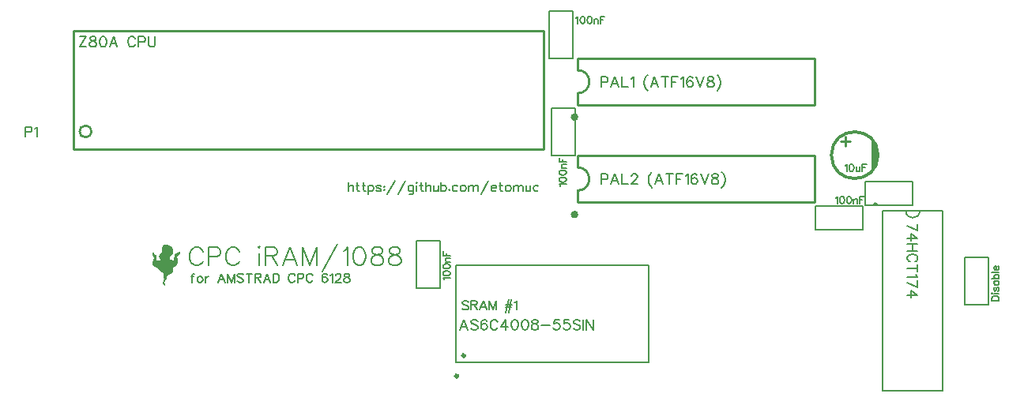
<source format=gto>
G04 Layer: TopSilkscreenLayer*
G04 EasyEDA v6.5.51, 2025-09-14 18:22:56*
G04 65470a2a99dd484cb8e495e3fbabed1f,d25947a9a65e436e8dba57a0ec84572b,10*
G04 Gerber Generator version 0.2*
G04 Scale: 100 percent, Rotated: No, Reflected: No *
G04 Dimensions in millimeters *
G04 leading zeros omitted , absolute positions ,4 integer and 5 decimal *
%FSLAX45Y45*%
%MOMM*%

%ADD10C,0.2032*%
%ADD11C,0.1524*%
%ADD12C,0.2540*%
%ADD13C,0.2007*%
%ADD14C,0.1500*%
%ADD15C,0.3000*%
%ADD16C,0.4000*%
%ADD17C,0.0135*%

%LPD*%
G36*
X1016152Y-2607157D02*
G01*
X1011326Y-2607259D01*
X1006500Y-2608173D01*
X1001217Y-2609900D01*
X995324Y-2612339D01*
X991108Y-2614523D01*
X987298Y-2617216D01*
X983945Y-2620416D01*
X980998Y-2624124D01*
X978509Y-2628290D01*
X976426Y-2632964D01*
X974750Y-2638094D01*
X973531Y-2643733D01*
X972718Y-2649829D01*
X972362Y-2656433D01*
X972413Y-2663494D01*
X973886Y-2684272D01*
X973531Y-2691739D01*
X971245Y-2695549D01*
X966724Y-2697581D01*
X960780Y-2699867D01*
X955649Y-2702814D01*
X951280Y-2706370D01*
X947674Y-2710535D01*
X944880Y-2715260D01*
X942848Y-2720441D01*
X941679Y-2726029D01*
X941374Y-2732074D01*
X941882Y-2738424D01*
X943305Y-2745079D01*
X945540Y-2751937D01*
X951534Y-2765044D01*
X953617Y-2770124D01*
X954735Y-2773883D01*
X954735Y-2775661D01*
X953109Y-2776524D01*
X945540Y-2778912D01*
X924153Y-2784398D01*
X917752Y-2786227D01*
X915924Y-2786176D01*
X914603Y-2785160D01*
X913637Y-2782824D01*
X913079Y-2778912D01*
X912723Y-2773019D01*
X912368Y-2735224D01*
X912012Y-2729230D01*
X911301Y-2725013D01*
X910234Y-2722270D01*
X908608Y-2720644D01*
X906424Y-2719781D01*
X903528Y-2719222D01*
X899363Y-2717952D01*
X895705Y-2715361D01*
X892657Y-2711500D01*
X890269Y-2706522D01*
X885698Y-2699156D01*
X879652Y-2696210D01*
X873252Y-2697734D01*
X867410Y-2703830D01*
X866038Y-2708097D01*
X866749Y-2713939D01*
X869746Y-2722219D01*
X875334Y-2733852D01*
X887323Y-2757373D01*
X879906Y-2774340D01*
X876858Y-2782265D01*
X874014Y-2791256D01*
X871677Y-2800299D01*
X870203Y-2808122D01*
X869696Y-2813354D01*
X869645Y-2818079D01*
X870153Y-2822448D01*
X871169Y-2826410D01*
X872794Y-2830068D01*
X875080Y-2833471D01*
X877976Y-2836672D01*
X881684Y-2839770D01*
X886104Y-2842717D01*
X891286Y-2845663D01*
X897382Y-2848559D01*
X904341Y-2851556D01*
X914603Y-2856331D01*
X922883Y-2861310D01*
X929132Y-2866694D01*
X937717Y-2877820D01*
X943660Y-2883763D01*
X950721Y-2889554D01*
X965453Y-2899359D01*
X973023Y-2905099D01*
X979779Y-2910992D01*
X984859Y-2916275D01*
X990041Y-2922930D01*
X992174Y-2927756D01*
X991666Y-2932531D01*
X984554Y-2948381D01*
X983538Y-2955391D01*
X985824Y-2961690D01*
X991514Y-2968802D01*
X999998Y-2977946D01*
X985519Y-3004362D01*
X982573Y-3010763D01*
X980643Y-3016148D01*
X979779Y-3020568D01*
X980033Y-3024225D01*
X981303Y-3027375D01*
X983589Y-3030067D01*
X986891Y-3032556D01*
X990041Y-3035300D01*
X992428Y-3039008D01*
X993952Y-3043377D01*
X994765Y-3052318D01*
X995578Y-3055264D01*
X996746Y-3056890D01*
X998169Y-3056839D01*
X1000252Y-3054553D01*
X1002030Y-3050641D01*
X1003452Y-3045764D01*
X1004417Y-3040278D01*
X1004874Y-3034792D01*
X1004773Y-3029712D01*
X1004011Y-3025546D01*
X1002588Y-3022854D01*
X999185Y-3017875D01*
X999083Y-3012236D01*
X1002588Y-3004820D01*
X1015746Y-2986582D01*
X1019048Y-2980029D01*
X1020318Y-2973882D01*
X1019911Y-2967228D01*
X1019352Y-2962148D01*
X1019708Y-2957779D01*
X1021130Y-2953867D01*
X1023975Y-2950108D01*
X1028446Y-2946298D01*
X1034796Y-2942132D01*
X1043279Y-2937357D01*
X1061618Y-2927807D01*
X1068120Y-2923997D01*
X1073759Y-2920288D01*
X1078534Y-2916580D01*
X1082548Y-2912770D01*
X1085799Y-2908808D01*
X1088440Y-2904540D01*
X1090422Y-2900019D01*
X1091895Y-2895041D01*
X1092860Y-2889554D01*
X1093419Y-2883509D01*
X1093825Y-2863748D01*
X1094435Y-2859430D01*
X1095603Y-2856128D01*
X1097534Y-2853436D01*
X1100429Y-2850997D01*
X1104442Y-2848457D01*
X1109776Y-2845460D01*
X1117549Y-2840431D01*
X1124153Y-2834487D01*
X1129741Y-2827477D01*
X1134567Y-2819247D01*
X1138885Y-2809494D01*
X1140409Y-2804922D01*
X1141577Y-2800400D01*
X1142339Y-2795981D01*
X1142695Y-2791460D01*
X1142644Y-2786786D01*
X1142238Y-2781858D01*
X1141425Y-2776677D01*
X1138631Y-2765044D01*
X1130249Y-2737764D01*
X1145438Y-2726791D01*
X1150620Y-2722473D01*
X1155141Y-2718155D01*
X1158951Y-2713990D01*
X1161999Y-2709926D01*
X1164183Y-2706116D01*
X1165555Y-2702560D01*
X1166012Y-2699308D01*
X1165656Y-2695448D01*
X1164539Y-2692552D01*
X1162710Y-2690622D01*
X1160068Y-2689656D01*
X1156665Y-2689656D01*
X1152398Y-2690622D01*
X1147318Y-2692501D01*
X1135126Y-2698394D01*
X1129284Y-2700832D01*
X1124508Y-2702509D01*
X1118412Y-2703880D01*
X1115517Y-2706065D01*
X1112723Y-2709570D01*
X1110183Y-2714294D01*
X1107846Y-2720187D01*
X1105763Y-2727096D01*
X1104036Y-2734970D01*
X1102715Y-2743708D01*
X1101648Y-2753258D01*
X1100582Y-2769362D01*
X1100785Y-2777490D01*
X1099058Y-2779217D01*
X1094790Y-2779318D01*
X1087170Y-2778099D01*
X1076553Y-2776067D01*
X1068476Y-2774289D01*
X1062532Y-2772562D01*
X1058519Y-2770784D01*
X1056030Y-2768701D01*
X1054811Y-2766161D01*
X1054506Y-2762961D01*
X1054760Y-2758897D01*
X1055725Y-2752344D01*
X1057148Y-2746349D01*
X1059027Y-2740863D01*
X1061313Y-2735935D01*
X1064056Y-2731465D01*
X1067257Y-2727604D01*
X1070864Y-2724302D01*
X1078839Y-2718562D01*
X1082395Y-2714498D01*
X1085596Y-2709519D01*
X1088288Y-2703677D01*
X1090523Y-2697175D01*
X1092149Y-2690114D01*
X1093216Y-2682646D01*
X1093571Y-2674924D01*
X1093165Y-2669082D01*
X1091946Y-2663291D01*
X1089964Y-2657551D01*
X1087221Y-2651963D01*
X1083767Y-2646527D01*
X1079601Y-2641244D01*
X1074775Y-2636113D01*
X1069289Y-2631287D01*
X1063193Y-2626715D01*
X1056487Y-2622397D01*
X1049223Y-2618486D01*
X1041450Y-2614879D01*
X1033576Y-2611678D01*
X1026921Y-2609342D01*
X1021232Y-2607818D01*
G37*
D10*
X4254754Y-3227524D02*
G01*
X4245609Y-3218380D01*
X4231893Y-3213808D01*
X4213606Y-3213808D01*
X4200143Y-3218380D01*
X4191000Y-3227524D01*
X4191000Y-3236414D01*
X4195572Y-3245558D01*
X4200143Y-3250130D01*
X4209288Y-3254702D01*
X4236465Y-3263846D01*
X4245609Y-3268418D01*
X4250181Y-3272990D01*
X4254754Y-3281880D01*
X4254754Y-3295596D01*
X4245609Y-3304740D01*
X4231893Y-3309312D01*
X4213606Y-3309312D01*
X4200143Y-3304740D01*
X4191000Y-3295596D01*
X4284725Y-3213808D02*
G01*
X4284725Y-3309312D01*
X4284725Y-3213808D02*
G01*
X4325620Y-3213808D01*
X4339081Y-3218380D01*
X4343654Y-3222952D01*
X4348225Y-3232096D01*
X4348225Y-3240986D01*
X4343654Y-3250130D01*
X4339081Y-3254702D01*
X4325620Y-3259274D01*
X4284725Y-3259274D01*
X4316475Y-3259274D02*
G01*
X4348225Y-3309312D01*
X4414520Y-3213808D02*
G01*
X4378197Y-3309312D01*
X4414520Y-3213808D02*
G01*
X4451095Y-3309312D01*
X4391913Y-3277308D02*
G01*
X4437379Y-3277308D01*
X4481068Y-3213808D02*
G01*
X4481068Y-3309312D01*
X4481068Y-3213808D02*
G01*
X4517390Y-3309312D01*
X4553711Y-3213808D02*
G01*
X4517390Y-3309312D01*
X4553711Y-3213808D02*
G01*
X4553711Y-3309312D01*
X4690109Y-3195520D02*
G01*
X4658359Y-3341062D01*
X4717288Y-3195520D02*
G01*
X4685538Y-3341062D01*
X4658359Y-3254702D02*
G01*
X4721859Y-3254702D01*
X4653788Y-3281880D02*
G01*
X4717288Y-3281880D01*
X4751831Y-3232096D02*
G01*
X4760975Y-3227524D01*
X4774691Y-3213808D01*
X4774691Y-3309312D01*
X1408429Y-2685996D02*
G01*
X1399286Y-2667454D01*
X1380744Y-2648912D01*
X1362455Y-2639768D01*
X1325371Y-2639768D01*
X1306829Y-2648912D01*
X1288542Y-2667454D01*
X1279144Y-2685996D01*
X1270000Y-2713682D01*
X1270000Y-2759910D01*
X1279144Y-2787596D01*
X1288542Y-2805884D01*
X1306829Y-2824426D01*
X1325371Y-2833824D01*
X1362455Y-2833824D01*
X1380744Y-2824426D01*
X1399286Y-2805884D01*
X1408429Y-2787596D01*
X1469389Y-2639768D02*
G01*
X1469389Y-2833824D01*
X1469389Y-2639768D02*
G01*
X1552702Y-2639768D01*
X1580387Y-2648912D01*
X1589531Y-2658310D01*
X1598929Y-2676598D01*
X1598929Y-2704284D01*
X1589531Y-2722826D01*
X1580387Y-2732224D01*
X1552702Y-2741368D01*
X1469389Y-2741368D01*
X1798320Y-2685996D02*
G01*
X1789176Y-2667454D01*
X1770634Y-2648912D01*
X1752092Y-2639768D01*
X1715262Y-2639768D01*
X1696720Y-2648912D01*
X1678178Y-2667454D01*
X1669034Y-2685996D01*
X1659889Y-2713682D01*
X1659889Y-2759910D01*
X1669034Y-2787596D01*
X1678178Y-2805884D01*
X1696720Y-2824426D01*
X1715262Y-2833824D01*
X1752092Y-2833824D01*
X1770634Y-2824426D01*
X1789176Y-2805884D01*
X1798320Y-2787596D01*
X2001520Y-2639768D02*
G01*
X2010663Y-2648912D01*
X2020061Y-2639768D01*
X2010663Y-2630624D01*
X2001520Y-2639768D01*
X2010663Y-2704284D02*
G01*
X2010663Y-2833824D01*
X2081022Y-2639768D02*
G01*
X2081022Y-2833824D01*
X2081022Y-2639768D02*
G01*
X2164079Y-2639768D01*
X2191765Y-2648912D01*
X2200909Y-2658310D01*
X2210308Y-2676598D01*
X2210308Y-2695140D01*
X2200909Y-2713682D01*
X2191765Y-2722826D01*
X2164079Y-2732224D01*
X2081022Y-2732224D01*
X2145538Y-2732224D02*
G01*
X2210308Y-2833824D01*
X2345181Y-2639768D02*
G01*
X2271268Y-2833824D01*
X2345181Y-2639768D02*
G01*
X2419095Y-2833824D01*
X2298954Y-2769054D02*
G01*
X2391409Y-2769054D01*
X2480056Y-2639768D02*
G01*
X2480056Y-2833824D01*
X2480056Y-2639768D02*
G01*
X2553970Y-2833824D01*
X2627629Y-2639768D02*
G01*
X2553970Y-2833824D01*
X2627629Y-2639768D02*
G01*
X2627629Y-2833824D01*
X2854959Y-2602684D02*
G01*
X2688590Y-2898340D01*
X2915920Y-2676598D02*
G01*
X2934461Y-2667454D01*
X2962147Y-2639768D01*
X2962147Y-2833824D01*
X3078479Y-2639768D02*
G01*
X3050793Y-2648912D01*
X3032252Y-2676598D01*
X3023108Y-2722826D01*
X3023108Y-2750512D01*
X3032252Y-2796740D01*
X3050793Y-2824426D01*
X3078479Y-2833824D01*
X3097022Y-2833824D01*
X3124708Y-2824426D01*
X3143250Y-2796740D01*
X3152393Y-2750512D01*
X3152393Y-2722826D01*
X3143250Y-2676598D01*
X3124708Y-2648912D01*
X3097022Y-2639768D01*
X3078479Y-2639768D01*
X3259581Y-2639768D02*
G01*
X3231895Y-2648912D01*
X3222497Y-2667454D01*
X3222497Y-2685996D01*
X3231895Y-2704284D01*
X3250184Y-2713682D01*
X3287268Y-2722826D01*
X3314954Y-2732224D01*
X3333495Y-2750512D01*
X3342640Y-2769054D01*
X3342640Y-2796740D01*
X3333495Y-2815282D01*
X3324097Y-2824426D01*
X3296411Y-2833824D01*
X3259581Y-2833824D01*
X3231895Y-2824426D01*
X3222497Y-2815282D01*
X3213354Y-2796740D01*
X3213354Y-2769054D01*
X3222497Y-2750512D01*
X3241040Y-2732224D01*
X3268725Y-2722826D01*
X3305809Y-2713682D01*
X3324097Y-2704284D01*
X3333495Y-2685996D01*
X3333495Y-2667454D01*
X3324097Y-2648912D01*
X3296411Y-2639768D01*
X3259581Y-2639768D01*
X3449827Y-2639768D02*
G01*
X3422141Y-2648912D01*
X3412743Y-2667454D01*
X3412743Y-2685996D01*
X3422141Y-2704284D01*
X3440429Y-2713682D01*
X3477513Y-2722826D01*
X3505200Y-2732224D01*
X3523741Y-2750512D01*
X3532886Y-2769054D01*
X3532886Y-2796740D01*
X3523741Y-2815282D01*
X3514343Y-2824426D01*
X3486658Y-2833824D01*
X3449827Y-2833824D01*
X3422141Y-2824426D01*
X3412743Y-2815282D01*
X3403600Y-2796740D01*
X3403600Y-2769054D01*
X3412743Y-2750512D01*
X3431286Y-2732224D01*
X3458972Y-2722826D01*
X3496056Y-2713682D01*
X3514343Y-2704284D01*
X3523741Y-2685996D01*
X3523741Y-2667454D01*
X3514343Y-2648912D01*
X3486658Y-2639768D01*
X3449827Y-2639768D01*
X1319021Y-2921711D02*
G01*
X1309878Y-2921711D01*
X1300987Y-2926283D01*
X1296415Y-2939999D01*
X1296415Y-3017215D01*
X1282700Y-2953461D02*
G01*
X1314450Y-2953461D01*
X1371854Y-2953461D02*
G01*
X1362710Y-2958033D01*
X1353565Y-2967177D01*
X1348994Y-2980893D01*
X1348994Y-2989783D01*
X1353565Y-3003499D01*
X1362710Y-3012643D01*
X1371854Y-3017215D01*
X1385315Y-3017215D01*
X1394460Y-3012643D01*
X1403604Y-3003499D01*
X1408176Y-2989783D01*
X1408176Y-2980893D01*
X1403604Y-2967177D01*
X1394460Y-2958033D01*
X1385315Y-2953461D01*
X1371854Y-2953461D01*
X1438147Y-2953461D02*
G01*
X1438147Y-3017215D01*
X1438147Y-2980893D02*
G01*
X1442720Y-2967177D01*
X1451863Y-2958033D01*
X1461007Y-2953461D01*
X1474470Y-2953461D01*
X1610868Y-2921711D02*
G01*
X1574545Y-3017215D01*
X1610868Y-2921711D02*
G01*
X1647189Y-3017215D01*
X1588262Y-2985211D02*
G01*
X1633728Y-2985211D01*
X1677162Y-2921711D02*
G01*
X1677162Y-3017215D01*
X1677162Y-2921711D02*
G01*
X1713484Y-3017215D01*
X1750060Y-2921711D02*
G01*
X1713484Y-3017215D01*
X1750060Y-2921711D02*
G01*
X1750060Y-3017215D01*
X1843531Y-2935427D02*
G01*
X1834641Y-2926283D01*
X1820925Y-2921711D01*
X1802637Y-2921711D01*
X1789176Y-2926283D01*
X1780031Y-2935427D01*
X1780031Y-2944317D01*
X1784604Y-2953461D01*
X1789176Y-2958033D01*
X1798065Y-2962605D01*
X1825497Y-2971749D01*
X1834641Y-2976321D01*
X1838959Y-2980893D01*
X1843531Y-2989783D01*
X1843531Y-3003499D01*
X1834641Y-3012643D01*
X1820925Y-3017215D01*
X1802637Y-3017215D01*
X1789176Y-3012643D01*
X1780031Y-3003499D01*
X1905508Y-2921711D02*
G01*
X1905508Y-3017215D01*
X1873504Y-2921711D02*
G01*
X1937258Y-2921711D01*
X1967229Y-2921711D02*
G01*
X1967229Y-3017215D01*
X1967229Y-2921711D02*
G01*
X2008124Y-2921711D01*
X2021840Y-2926283D01*
X2026411Y-2930855D01*
X2030984Y-2939999D01*
X2030984Y-2948889D01*
X2026411Y-2958033D01*
X2021840Y-2962605D01*
X2008124Y-2967177D01*
X1967229Y-2967177D01*
X1998979Y-2967177D02*
G01*
X2030984Y-3017215D01*
X2097277Y-2921711D02*
G01*
X2060956Y-3017215D01*
X2097277Y-2921711D02*
G01*
X2133600Y-3017215D01*
X2074418Y-2985211D02*
G01*
X2119884Y-2985211D01*
X2163572Y-2921711D02*
G01*
X2163572Y-3017215D01*
X2163572Y-2921711D02*
G01*
X2195322Y-2921711D01*
X2209038Y-2926283D01*
X2218181Y-2935427D01*
X2222754Y-2944317D01*
X2227325Y-2958033D01*
X2227325Y-2980893D01*
X2222754Y-2994355D01*
X2218181Y-3003499D01*
X2209038Y-3012643D01*
X2195322Y-3017215D01*
X2163572Y-3017215D01*
X2395474Y-2944317D02*
G01*
X2390902Y-2935427D01*
X2381758Y-2926283D01*
X2372613Y-2921711D01*
X2354579Y-2921711D01*
X2345436Y-2926283D01*
X2336291Y-2935427D01*
X2331720Y-2944317D01*
X2327147Y-2958033D01*
X2327147Y-2980893D01*
X2331720Y-2994355D01*
X2336291Y-3003499D01*
X2345436Y-3012643D01*
X2354579Y-3017215D01*
X2372613Y-3017215D01*
X2381758Y-3012643D01*
X2390902Y-3003499D01*
X2395474Y-2994355D01*
X2425445Y-2921711D02*
G01*
X2425445Y-3017215D01*
X2425445Y-2921711D02*
G01*
X2466340Y-2921711D01*
X2480056Y-2926283D01*
X2484627Y-2930855D01*
X2488945Y-2939999D01*
X2488945Y-2953461D01*
X2484627Y-2962605D01*
X2480056Y-2967177D01*
X2466340Y-2971749D01*
X2425445Y-2971749D01*
X2587243Y-2944317D02*
G01*
X2582672Y-2935427D01*
X2573527Y-2926283D01*
X2564638Y-2921711D01*
X2546350Y-2921711D01*
X2537206Y-2926283D01*
X2528061Y-2935427D01*
X2523490Y-2944317D01*
X2519172Y-2958033D01*
X2519172Y-2980893D01*
X2523490Y-2994355D01*
X2528061Y-3003499D01*
X2537206Y-3012643D01*
X2546350Y-3017215D01*
X2564638Y-3017215D01*
X2573527Y-3012643D01*
X2582672Y-3003499D01*
X2587243Y-2994355D01*
X2741675Y-2935427D02*
G01*
X2737358Y-2926283D01*
X2723641Y-2921711D01*
X2714497Y-2921711D01*
X2700781Y-2926283D01*
X2691891Y-2939999D01*
X2687320Y-2962605D01*
X2687320Y-2985211D01*
X2691891Y-3003499D01*
X2700781Y-3012643D01*
X2714497Y-3017215D01*
X2719070Y-3017215D01*
X2732786Y-3012643D01*
X2741675Y-3003499D01*
X2746247Y-2989783D01*
X2746247Y-2985211D01*
X2741675Y-2971749D01*
X2732786Y-2962605D01*
X2719070Y-2958033D01*
X2714497Y-2958033D01*
X2700781Y-2962605D01*
X2691891Y-2971749D01*
X2687320Y-2985211D01*
X2776220Y-2939999D02*
G01*
X2785363Y-2935427D01*
X2799079Y-2921711D01*
X2799079Y-3017215D01*
X2833624Y-2944317D02*
G01*
X2833624Y-2939999D01*
X2838195Y-2930855D01*
X2842768Y-2926283D01*
X2851911Y-2921711D01*
X2869945Y-2921711D01*
X2879090Y-2926283D01*
X2883661Y-2930855D01*
X2888234Y-2939999D01*
X2888234Y-2948889D01*
X2883661Y-2958033D01*
X2874518Y-2971749D01*
X2829052Y-3017215D01*
X2892806Y-3017215D01*
X2945384Y-2921711D02*
G01*
X2931668Y-2926283D01*
X2927350Y-2935427D01*
X2927350Y-2944317D01*
X2931668Y-2953461D01*
X2940811Y-2958033D01*
X2959100Y-2962605D01*
X2972815Y-2967177D01*
X2981706Y-2976321D01*
X2986277Y-2985211D01*
X2986277Y-2998927D01*
X2981706Y-3008071D01*
X2977134Y-3012643D01*
X2963672Y-3017215D01*
X2945384Y-3017215D01*
X2931668Y-3012643D01*
X2927350Y-3008071D01*
X2922777Y-2998927D01*
X2922777Y-2985211D01*
X2927350Y-2976321D01*
X2936240Y-2967177D01*
X2949956Y-2962605D01*
X2968243Y-2958033D01*
X2977134Y-2953461D01*
X2981706Y-2944317D01*
X2981706Y-2935427D01*
X2977134Y-2926283D01*
X2963672Y-2921711D01*
X2945384Y-2921711D01*
X2971800Y-1943808D02*
G01*
X2971800Y-2039312D01*
X2971800Y-1993846D02*
G01*
X2985515Y-1980130D01*
X2994406Y-1975558D01*
X3008122Y-1975558D01*
X3017265Y-1980130D01*
X3021838Y-1993846D01*
X3021838Y-2039312D01*
X3065525Y-1943808D02*
G01*
X3065525Y-2021024D01*
X3070097Y-2034740D01*
X3078988Y-2039312D01*
X3088131Y-2039312D01*
X3051809Y-1975558D02*
G01*
X3083559Y-1975558D01*
X3131820Y-1943808D02*
G01*
X3131820Y-2021024D01*
X3136391Y-2034740D01*
X3145536Y-2039312D01*
X3154425Y-2039312D01*
X3118104Y-1975558D02*
G01*
X3150108Y-1975558D01*
X3184652Y-1975558D02*
G01*
X3184652Y-2071062D01*
X3184652Y-1989274D02*
G01*
X3193541Y-1980130D01*
X3202686Y-1975558D01*
X3216402Y-1975558D01*
X3225545Y-1980130D01*
X3234436Y-1989274D01*
X3239008Y-2002990D01*
X3239008Y-2011880D01*
X3234436Y-2025596D01*
X3225545Y-2034740D01*
X3216402Y-2039312D01*
X3202686Y-2039312D01*
X3193541Y-2034740D01*
X3184652Y-2025596D01*
X3319018Y-1989274D02*
G01*
X3314445Y-1980130D01*
X3300984Y-1975558D01*
X3287268Y-1975558D01*
X3273552Y-1980130D01*
X3268979Y-1989274D01*
X3273552Y-1998418D01*
X3282695Y-2002990D01*
X3305556Y-2007308D01*
X3314445Y-2011880D01*
X3319018Y-2021024D01*
X3319018Y-2025596D01*
X3314445Y-2034740D01*
X3300984Y-2039312D01*
X3287268Y-2039312D01*
X3273552Y-2034740D01*
X3268979Y-2025596D01*
X3353561Y-1984702D02*
G01*
X3348990Y-1989274D01*
X3353561Y-1993846D01*
X3358134Y-1989274D01*
X3353561Y-1984702D01*
X3353561Y-2016452D02*
G01*
X3348990Y-2021024D01*
X3353561Y-2025596D01*
X3358134Y-2021024D01*
X3353561Y-2016452D01*
X3469893Y-1925520D02*
G01*
X3388106Y-2071062D01*
X3581908Y-1925520D02*
G01*
X3499865Y-2071062D01*
X3666236Y-1975558D02*
G01*
X3666236Y-2048456D01*
X3661918Y-2061918D01*
X3657345Y-2066490D01*
X3648202Y-2071062D01*
X3634486Y-2071062D01*
X3625341Y-2066490D01*
X3666236Y-1989274D02*
G01*
X3657345Y-1980130D01*
X3648202Y-1975558D01*
X3634486Y-1975558D01*
X3625341Y-1980130D01*
X3616452Y-1989274D01*
X3611879Y-2002990D01*
X3611879Y-2011880D01*
X3616452Y-2025596D01*
X3625341Y-2034740D01*
X3634486Y-2039312D01*
X3648202Y-2039312D01*
X3657345Y-2034740D01*
X3666236Y-2025596D01*
X3696461Y-1943808D02*
G01*
X3700779Y-1948380D01*
X3705352Y-1943808D01*
X3700779Y-1939236D01*
X3696461Y-1943808D01*
X3700779Y-1975558D02*
G01*
X3700779Y-2039312D01*
X3749040Y-1943808D02*
G01*
X3749040Y-2021024D01*
X3753611Y-2034740D01*
X3762756Y-2039312D01*
X3771900Y-2039312D01*
X3735324Y-1975558D02*
G01*
X3767327Y-1975558D01*
X3801872Y-1943808D02*
G01*
X3801872Y-2039312D01*
X3801872Y-1993846D02*
G01*
X3815334Y-1980130D01*
X3824477Y-1975558D01*
X3838193Y-1975558D01*
X3847338Y-1980130D01*
X3851909Y-1993846D01*
X3851909Y-2039312D01*
X3881881Y-1975558D02*
G01*
X3881881Y-2021024D01*
X3886454Y-2034740D01*
X3895343Y-2039312D01*
X3909059Y-2039312D01*
X3918204Y-2034740D01*
X3931920Y-2021024D01*
X3931920Y-1975558D02*
G01*
X3931920Y-2039312D01*
X3961891Y-1943808D02*
G01*
X3961891Y-2039312D01*
X3961891Y-1989274D02*
G01*
X3970781Y-1980130D01*
X3979925Y-1975558D01*
X3993641Y-1975558D01*
X4002786Y-1980130D01*
X4011675Y-1989274D01*
X4016247Y-2002990D01*
X4016247Y-2011880D01*
X4011675Y-2025596D01*
X4002786Y-2034740D01*
X3993641Y-2039312D01*
X3979925Y-2039312D01*
X3970781Y-2034740D01*
X3961891Y-2025596D01*
X4050791Y-2016452D02*
G01*
X4046220Y-2021024D01*
X4050791Y-2025596D01*
X4055363Y-2021024D01*
X4050791Y-2016452D01*
X4139945Y-1989274D02*
G01*
X4130802Y-1980130D01*
X4121911Y-1975558D01*
X4108195Y-1975558D01*
X4099052Y-1980130D01*
X4089908Y-1989274D01*
X4085336Y-2002990D01*
X4085336Y-2011880D01*
X4089908Y-2025596D01*
X4099052Y-2034740D01*
X4108195Y-2039312D01*
X4121911Y-2039312D01*
X4130802Y-2034740D01*
X4139945Y-2025596D01*
X4192777Y-1975558D02*
G01*
X4183634Y-1980130D01*
X4174490Y-1989274D01*
X4169918Y-2002990D01*
X4169918Y-2011880D01*
X4174490Y-2025596D01*
X4183634Y-2034740D01*
X4192777Y-2039312D01*
X4206240Y-2039312D01*
X4215384Y-2034740D01*
X4224527Y-2025596D01*
X4229100Y-2011880D01*
X4229100Y-2002990D01*
X4224527Y-1989274D01*
X4215384Y-1980130D01*
X4206240Y-1975558D01*
X4192777Y-1975558D01*
X4259072Y-1975558D02*
G01*
X4259072Y-2039312D01*
X4259072Y-1993846D02*
G01*
X4272788Y-1980130D01*
X4281677Y-1975558D01*
X4295393Y-1975558D01*
X4304538Y-1980130D01*
X4309109Y-1993846D01*
X4309109Y-2039312D01*
X4309109Y-1993846D02*
G01*
X4322825Y-1980130D01*
X4331715Y-1975558D01*
X4345431Y-1975558D01*
X4354575Y-1980130D01*
X4359147Y-1993846D01*
X4359147Y-2039312D01*
X4470908Y-1925520D02*
G01*
X4389120Y-2071062D01*
X4500879Y-2002990D02*
G01*
X4555490Y-2002990D01*
X4555490Y-1993846D01*
X4550918Y-1984702D01*
X4546345Y-1980130D01*
X4537202Y-1975558D01*
X4523740Y-1975558D01*
X4514595Y-1980130D01*
X4505452Y-1989274D01*
X4500879Y-2002990D01*
X4500879Y-2011880D01*
X4505452Y-2025596D01*
X4514595Y-2034740D01*
X4523740Y-2039312D01*
X4537202Y-2039312D01*
X4546345Y-2034740D01*
X4555490Y-2025596D01*
X4599177Y-1943808D02*
G01*
X4599177Y-2021024D01*
X4603495Y-2034740D01*
X4612640Y-2039312D01*
X4621784Y-2039312D01*
X4585461Y-1975558D02*
G01*
X4617211Y-1975558D01*
X4674615Y-1975558D02*
G01*
X4665472Y-1980130D01*
X4656327Y-1989274D01*
X4651756Y-2002990D01*
X4651756Y-2011880D01*
X4656327Y-2025596D01*
X4665472Y-2034740D01*
X4674615Y-2039312D01*
X4688077Y-2039312D01*
X4697222Y-2034740D01*
X4706365Y-2025596D01*
X4710938Y-2011880D01*
X4710938Y-2002990D01*
X4706365Y-1989274D01*
X4697222Y-1980130D01*
X4688077Y-1975558D01*
X4674615Y-1975558D01*
X4740909Y-1975558D02*
G01*
X4740909Y-2039312D01*
X4740909Y-1993846D02*
G01*
X4754625Y-1980130D01*
X4763515Y-1975558D01*
X4777231Y-1975558D01*
X4786375Y-1980130D01*
X4790947Y-1993846D01*
X4790947Y-2039312D01*
X4790947Y-1993846D02*
G01*
X4804409Y-1980130D01*
X4813554Y-1975558D01*
X4827270Y-1975558D01*
X4836413Y-1980130D01*
X4840986Y-1993846D01*
X4840986Y-2039312D01*
X4870958Y-1975558D02*
G01*
X4870958Y-2021024D01*
X4875529Y-2034740D01*
X4884420Y-2039312D01*
X4898136Y-2039312D01*
X4907279Y-2034740D01*
X4920995Y-2021024D01*
X4920995Y-1975558D02*
G01*
X4920995Y-2039312D01*
X5005324Y-1989274D02*
G01*
X4996434Y-1980130D01*
X4987290Y-1975558D01*
X4973574Y-1975558D01*
X4964429Y-1980130D01*
X4955540Y-1989274D01*
X4950968Y-2002990D01*
X4950968Y-2011880D01*
X4955540Y-2025596D01*
X4964429Y-2034740D01*
X4973574Y-2039312D01*
X4987290Y-2039312D01*
X4996434Y-2034740D01*
X5005324Y-2025596D01*
D11*
X9863373Y-3213110D02*
G01*
X9939736Y-3213110D01*
X9863373Y-3213110D02*
G01*
X9863373Y-3187656D01*
X9867008Y-3176747D01*
X9874283Y-3169472D01*
X9881555Y-3165838D01*
X9892464Y-3162200D01*
X9910645Y-3162200D01*
X9921554Y-3165838D01*
X9928826Y-3169472D01*
X9936099Y-3176747D01*
X9939736Y-3187656D01*
X9939736Y-3213110D01*
X9863373Y-3138200D02*
G01*
X9867008Y-3134565D01*
X9863373Y-3130928D01*
X9859736Y-3134565D01*
X9863373Y-3138200D01*
X9888827Y-3134565D02*
G01*
X9939736Y-3134565D01*
X9899736Y-3066928D02*
G01*
X9892464Y-3070565D01*
X9888827Y-3081474D01*
X9888827Y-3092383D01*
X9892464Y-3103293D01*
X9899736Y-3106928D01*
X9907008Y-3103293D01*
X9910645Y-3096018D01*
X9914282Y-3077837D01*
X9917917Y-3070565D01*
X9925189Y-3066928D01*
X9928826Y-3066928D01*
X9936099Y-3070565D01*
X9939736Y-3081474D01*
X9939736Y-3092383D01*
X9936099Y-3103293D01*
X9928826Y-3106928D01*
X9888827Y-2999292D02*
G01*
X9939736Y-2999292D01*
X9899736Y-2999292D02*
G01*
X9892464Y-3006564D01*
X9888827Y-3013837D01*
X9888827Y-3024746D01*
X9892464Y-3032020D01*
X9899736Y-3039292D01*
X9910645Y-3042927D01*
X9917917Y-3042927D01*
X9928826Y-3039292D01*
X9936099Y-3032020D01*
X9939736Y-3024746D01*
X9939736Y-3013837D01*
X9936099Y-3006564D01*
X9928826Y-2999292D01*
X9863373Y-2975292D02*
G01*
X9939736Y-2975292D01*
X9899736Y-2975292D02*
G01*
X9892464Y-2968020D01*
X9888827Y-2960745D01*
X9888827Y-2949839D01*
X9892464Y-2942564D01*
X9899736Y-2935292D01*
X9910645Y-2931655D01*
X9917917Y-2931655D01*
X9928826Y-2935292D01*
X9936099Y-2942564D01*
X9939736Y-2949839D01*
X9939736Y-2960745D01*
X9936099Y-2968020D01*
X9928826Y-2975292D01*
X9863373Y-2907657D02*
G01*
X9939736Y-2907657D01*
X9910645Y-2883656D02*
G01*
X9910645Y-2840019D01*
X9903373Y-2840019D01*
X9896099Y-2843657D01*
X9892464Y-2847291D01*
X9888827Y-2854566D01*
X9888827Y-2865475D01*
X9892464Y-2872747D01*
X9899736Y-2880019D01*
X9910645Y-2883656D01*
X9917917Y-2883656D01*
X9928826Y-2880019D01*
X9936099Y-2872747D01*
X9939736Y-2865475D01*
X9939736Y-2854566D01*
X9936099Y-2847291D01*
X9928826Y-2840019D01*
X8293100Y-1762734D02*
G01*
X8300465Y-1758924D01*
X8311388Y-1748002D01*
X8311388Y-1824456D01*
X8357108Y-1748002D02*
G01*
X8346186Y-1751812D01*
X8338820Y-1762734D01*
X8335263Y-1780768D01*
X8335263Y-1791690D01*
X8338820Y-1809978D01*
X8346186Y-1820900D01*
X8357108Y-1824456D01*
X8364474Y-1824456D01*
X8375395Y-1820900D01*
X8382508Y-1809978D01*
X8386063Y-1791690D01*
X8386063Y-1780768D01*
X8382508Y-1762734D01*
X8375395Y-1751812D01*
X8364474Y-1748002D01*
X8357108Y-1748002D01*
X8410193Y-1773402D02*
G01*
X8410193Y-1809978D01*
X8413750Y-1820900D01*
X8421115Y-1824456D01*
X8432038Y-1824456D01*
X8439404Y-1820900D01*
X8450072Y-1809978D01*
X8450072Y-1773402D02*
G01*
X8450072Y-1824456D01*
X8474202Y-1748002D02*
G01*
X8474202Y-1824456D01*
X8474202Y-1748002D02*
G01*
X8521445Y-1748002D01*
X8474202Y-1784324D02*
G01*
X8503158Y-1784324D01*
X-495045Y-1346677D02*
G01*
X-495045Y-1455643D01*
X-495045Y-1346677D02*
G01*
X-448310Y-1346677D01*
X-432815Y-1351757D01*
X-427481Y-1357091D01*
X-422402Y-1367505D01*
X-422402Y-1382999D01*
X-427481Y-1393413D01*
X-432815Y-1398493D01*
X-448310Y-1403827D01*
X-495045Y-1403827D01*
X-388112Y-1367505D02*
G01*
X-377697Y-1362171D01*
X-361950Y-1346677D01*
X-361950Y-1455643D01*
X8192008Y-2108593D02*
G01*
X8199374Y-2104783D01*
X8210295Y-2093861D01*
X8210295Y-2170315D01*
X8256015Y-2093861D02*
G01*
X8245093Y-2097671D01*
X8237727Y-2108593D01*
X8234172Y-2126627D01*
X8234172Y-2137549D01*
X8237727Y-2155837D01*
X8245093Y-2166759D01*
X8256015Y-2170315D01*
X8263381Y-2170315D01*
X8274304Y-2166759D01*
X8281415Y-2155837D01*
X8284972Y-2137549D01*
X8284972Y-2126627D01*
X8281415Y-2108593D01*
X8274304Y-2097671D01*
X8263381Y-2093861D01*
X8256015Y-2093861D01*
X8330945Y-2093861D02*
G01*
X8320024Y-2097671D01*
X8312658Y-2108593D01*
X8309102Y-2126627D01*
X8309102Y-2137549D01*
X8312658Y-2155837D01*
X8320024Y-2166759D01*
X8330945Y-2170315D01*
X8338311Y-2170315D01*
X8348979Y-2166759D01*
X8356345Y-2155837D01*
X8359902Y-2137549D01*
X8359902Y-2126627D01*
X8356345Y-2108593D01*
X8348979Y-2097671D01*
X8338311Y-2093861D01*
X8330945Y-2093861D01*
X8384031Y-2119515D02*
G01*
X8384031Y-2170315D01*
X8384031Y-2133993D02*
G01*
X8394954Y-2123071D01*
X8402065Y-2119515D01*
X8412988Y-2119515D01*
X8420354Y-2123071D01*
X8423909Y-2133993D01*
X8423909Y-2170315D01*
X8448040Y-2093861D02*
G01*
X8448040Y-2170315D01*
X8448040Y-2093861D02*
G01*
X8495284Y-2093861D01*
X8448040Y-2130437D02*
G01*
X8476995Y-2130437D01*
X4207256Y-3415284D02*
G01*
X4165600Y-3524250D01*
X4207256Y-3415284D02*
G01*
X4248658Y-3524250D01*
X4181093Y-3487928D02*
G01*
X4233163Y-3487928D01*
X4355845Y-3430778D02*
G01*
X4345431Y-3420364D01*
X4329684Y-3415284D01*
X4309109Y-3415284D01*
X4293361Y-3420364D01*
X4282947Y-3430778D01*
X4282947Y-3441192D01*
X4288281Y-3451606D01*
X4293361Y-3456940D01*
X4303775Y-3462020D01*
X4335018Y-3472434D01*
X4345431Y-3477514D01*
X4350511Y-3482848D01*
X4355845Y-3493262D01*
X4355845Y-3508756D01*
X4345431Y-3519170D01*
X4329684Y-3524250D01*
X4309109Y-3524250D01*
X4293361Y-3519170D01*
X4282947Y-3508756D01*
X4452365Y-3430778D02*
G01*
X4447286Y-3420364D01*
X4431538Y-3415284D01*
X4421124Y-3415284D01*
X4405629Y-3420364D01*
X4395215Y-3436112D01*
X4390136Y-3462020D01*
X4390136Y-3487928D01*
X4395215Y-3508756D01*
X4405629Y-3519170D01*
X4421124Y-3524250D01*
X4426458Y-3524250D01*
X4441952Y-3519170D01*
X4452365Y-3508756D01*
X4457700Y-3493262D01*
X4457700Y-3487928D01*
X4452365Y-3472434D01*
X4441952Y-3462020D01*
X4426458Y-3456940D01*
X4421124Y-3456940D01*
X4405629Y-3462020D01*
X4395215Y-3472434D01*
X4390136Y-3487928D01*
X4569713Y-3441192D02*
G01*
X4564634Y-3430778D01*
X4554220Y-3420364D01*
X4543806Y-3415284D01*
X4522977Y-3415284D01*
X4512563Y-3420364D01*
X4502150Y-3430778D01*
X4497070Y-3441192D01*
X4491990Y-3456940D01*
X4491990Y-3482848D01*
X4497070Y-3498342D01*
X4502150Y-3508756D01*
X4512563Y-3519170D01*
X4522977Y-3524250D01*
X4543806Y-3524250D01*
X4554220Y-3519170D01*
X4564634Y-3508756D01*
X4569713Y-3498342D01*
X4656074Y-3415284D02*
G01*
X4604004Y-3487928D01*
X4681981Y-3487928D01*
X4656074Y-3415284D02*
G01*
X4656074Y-3524250D01*
X4747513Y-3415284D02*
G01*
X4732020Y-3420364D01*
X4721606Y-3436112D01*
X4716272Y-3462020D01*
X4716272Y-3477514D01*
X4721606Y-3503676D01*
X4732020Y-3519170D01*
X4747513Y-3524250D01*
X4757927Y-3524250D01*
X4773422Y-3519170D01*
X4783836Y-3503676D01*
X4789170Y-3477514D01*
X4789170Y-3462020D01*
X4783836Y-3436112D01*
X4773422Y-3420364D01*
X4757927Y-3415284D01*
X4747513Y-3415284D01*
X4854447Y-3415284D02*
G01*
X4838954Y-3420364D01*
X4828540Y-3436112D01*
X4823459Y-3462020D01*
X4823459Y-3477514D01*
X4828540Y-3503676D01*
X4838954Y-3519170D01*
X4854447Y-3524250D01*
X4864861Y-3524250D01*
X4880609Y-3519170D01*
X4890770Y-3503676D01*
X4896104Y-3477514D01*
X4896104Y-3462020D01*
X4890770Y-3436112D01*
X4880609Y-3420364D01*
X4864861Y-3415284D01*
X4854447Y-3415284D01*
X4956302Y-3415284D02*
G01*
X4940808Y-3420364D01*
X4935474Y-3430778D01*
X4935474Y-3441192D01*
X4940808Y-3451606D01*
X4951222Y-3456940D01*
X4972050Y-3462020D01*
X4987543Y-3467100D01*
X4997958Y-3477514D01*
X5003038Y-3487928D01*
X5003038Y-3503676D01*
X4997958Y-3514090D01*
X4992624Y-3519170D01*
X4977129Y-3524250D01*
X4956302Y-3524250D01*
X4940808Y-3519170D01*
X4935474Y-3514090D01*
X4930393Y-3503676D01*
X4930393Y-3487928D01*
X4935474Y-3477514D01*
X4945888Y-3467100D01*
X4961636Y-3462020D01*
X4982209Y-3456940D01*
X4992624Y-3451606D01*
X4997958Y-3441192D01*
X4997958Y-3430778D01*
X4992624Y-3420364D01*
X4977129Y-3415284D01*
X4956302Y-3415284D01*
X5037327Y-3477514D02*
G01*
X5130800Y-3477514D01*
X5227574Y-3415284D02*
G01*
X5175504Y-3415284D01*
X5170424Y-3462020D01*
X5175504Y-3456940D01*
X5191252Y-3451606D01*
X5206745Y-3451606D01*
X5222240Y-3456940D01*
X5232654Y-3467100D01*
X5237988Y-3482848D01*
X5237988Y-3493262D01*
X5232654Y-3508756D01*
X5222240Y-3519170D01*
X5206745Y-3524250D01*
X5191252Y-3524250D01*
X5175504Y-3519170D01*
X5170424Y-3514090D01*
X5165090Y-3503676D01*
X5334508Y-3415284D02*
G01*
X5282691Y-3415284D01*
X5277358Y-3462020D01*
X5282691Y-3456940D01*
X5298186Y-3451606D01*
X5313679Y-3451606D01*
X5329427Y-3456940D01*
X5339841Y-3467100D01*
X5344922Y-3482848D01*
X5344922Y-3493262D01*
X5339841Y-3508756D01*
X5329427Y-3519170D01*
X5313679Y-3524250D01*
X5298186Y-3524250D01*
X5282691Y-3519170D01*
X5277358Y-3514090D01*
X5272277Y-3503676D01*
X5452109Y-3430778D02*
G01*
X5441695Y-3420364D01*
X5425947Y-3415284D01*
X5405120Y-3415284D01*
X5389625Y-3420364D01*
X5379211Y-3430778D01*
X5379211Y-3441192D01*
X5384545Y-3451606D01*
X5389625Y-3456940D01*
X5400040Y-3462020D01*
X5431281Y-3472434D01*
X5441695Y-3477514D01*
X5446775Y-3482848D01*
X5452109Y-3493262D01*
X5452109Y-3508756D01*
X5441695Y-3519170D01*
X5425947Y-3524250D01*
X5405120Y-3524250D01*
X5389625Y-3519170D01*
X5379211Y-3508756D01*
X5486400Y-3415284D02*
G01*
X5486400Y-3524250D01*
X5520690Y-3415284D02*
G01*
X5520690Y-3524250D01*
X5520690Y-3415284D02*
G01*
X5593334Y-3524250D01*
X5593334Y-3415284D02*
G01*
X5593334Y-3524250D01*
X3998163Y-2985990D02*
G01*
X3994353Y-2978624D01*
X3983431Y-2967702D01*
X4059885Y-2967702D01*
X3983431Y-2921982D02*
G01*
X3987241Y-2932904D01*
X3998163Y-2940270D01*
X4016197Y-2943826D01*
X4027119Y-2943826D01*
X4045407Y-2940270D01*
X4056329Y-2932904D01*
X4059885Y-2921982D01*
X4059885Y-2914616D01*
X4056329Y-2903694D01*
X4045407Y-2896582D01*
X4027119Y-2893026D01*
X4016197Y-2893026D01*
X3998163Y-2896582D01*
X3987241Y-2903694D01*
X3983431Y-2914616D01*
X3983431Y-2921982D01*
X3983431Y-2847052D02*
G01*
X3987241Y-2857974D01*
X3998163Y-2865340D01*
X4016197Y-2868896D01*
X4027119Y-2868896D01*
X4045407Y-2865340D01*
X4056329Y-2857974D01*
X4059885Y-2847052D01*
X4059885Y-2839686D01*
X4056329Y-2829018D01*
X4045407Y-2821652D01*
X4027119Y-2818096D01*
X4016197Y-2818096D01*
X3998163Y-2821652D01*
X3987241Y-2829018D01*
X3983431Y-2839686D01*
X3983431Y-2847052D01*
X4009085Y-2793966D02*
G01*
X4059885Y-2793966D01*
X4023563Y-2793966D02*
G01*
X4012641Y-2783044D01*
X4009085Y-2775932D01*
X4009085Y-2765010D01*
X4012641Y-2757644D01*
X4023563Y-2754088D01*
X4059885Y-2754088D01*
X3983431Y-2729958D02*
G01*
X4059885Y-2729958D01*
X3983431Y-2729958D02*
G01*
X3983431Y-2682714D01*
X4020007Y-2729958D02*
G01*
X4020007Y-2701002D01*
X9068815Y-2460246D02*
G01*
X8959850Y-2408430D01*
X9068815Y-2387602D02*
G01*
X9068815Y-2460246D01*
X9068815Y-2546606D02*
G01*
X8996172Y-2494536D01*
X8996172Y-2572514D01*
X9068815Y-2546606D02*
G01*
X8959850Y-2546606D01*
X9068815Y-2606804D02*
G01*
X8959850Y-2606804D01*
X9068815Y-2679702D02*
G01*
X8959850Y-2679702D01*
X9017000Y-2606804D02*
G01*
X9017000Y-2679702D01*
X9042908Y-2791716D02*
G01*
X9053322Y-2786636D01*
X9063736Y-2776222D01*
X9068815Y-2765808D01*
X9068815Y-2744980D01*
X9063736Y-2734566D01*
X9053322Y-2724152D01*
X9042908Y-2719072D01*
X9027159Y-2713992D01*
X9001252Y-2713992D01*
X8985758Y-2719072D01*
X8975343Y-2724152D01*
X8964929Y-2734566D01*
X8959850Y-2744980D01*
X8959850Y-2765808D01*
X8964929Y-2776222D01*
X8975343Y-2786636D01*
X8985758Y-2791716D01*
X9068815Y-2862582D02*
G01*
X8959850Y-2862582D01*
X9068815Y-2826006D02*
G01*
X9068815Y-2898904D01*
X9047988Y-2933194D02*
G01*
X9053322Y-2943608D01*
X9068815Y-2959102D01*
X8959850Y-2959102D01*
X9068815Y-3066036D02*
G01*
X8959850Y-3014220D01*
X9068815Y-2993392D02*
G01*
X9068815Y-3066036D01*
X9068815Y-3152396D02*
G01*
X8996172Y-3100326D01*
X8996172Y-3178304D01*
X9068815Y-3152396D02*
G01*
X8959850Y-3152396D01*
X161541Y-379986D02*
G01*
X88897Y-488952D01*
X88897Y-379986D02*
G01*
X161541Y-379986D01*
X88897Y-488952D02*
G01*
X161541Y-488952D01*
X221993Y-379986D02*
G01*
X206245Y-385066D01*
X201165Y-395480D01*
X201165Y-405894D01*
X206245Y-416308D01*
X216659Y-421642D01*
X237487Y-426722D01*
X252981Y-431802D01*
X263395Y-442216D01*
X268729Y-452630D01*
X268729Y-468378D01*
X263395Y-478792D01*
X258315Y-483872D01*
X242567Y-488952D01*
X221993Y-488952D01*
X206245Y-483872D01*
X201165Y-478792D01*
X195831Y-468378D01*
X195831Y-452630D01*
X201165Y-442216D01*
X211579Y-431802D01*
X227073Y-426722D01*
X247901Y-421642D01*
X258315Y-416308D01*
X263395Y-405894D01*
X263395Y-395480D01*
X258315Y-385066D01*
X242567Y-379986D01*
X221993Y-379986D01*
X334007Y-379986D02*
G01*
X318513Y-385066D01*
X308099Y-400814D01*
X303019Y-426722D01*
X303019Y-442216D01*
X308099Y-468378D01*
X318513Y-483872D01*
X334007Y-488952D01*
X344421Y-488952D01*
X360169Y-483872D01*
X370583Y-468378D01*
X375663Y-442216D01*
X375663Y-426722D01*
X370583Y-400814D01*
X360169Y-385066D01*
X344421Y-379986D01*
X334007Y-379986D01*
X451609Y-379986D02*
G01*
X409953Y-488952D01*
X451609Y-379986D02*
G01*
X493011Y-488952D01*
X425447Y-452630D02*
G01*
X477517Y-452630D01*
X685289Y-405894D02*
G01*
X680209Y-395480D01*
X669795Y-385066D01*
X659381Y-379986D01*
X638553Y-379986D01*
X628139Y-385066D01*
X617725Y-395480D01*
X612645Y-405894D01*
X607311Y-421642D01*
X607311Y-447550D01*
X612645Y-463044D01*
X617725Y-473458D01*
X628139Y-483872D01*
X638553Y-488952D01*
X659381Y-488952D01*
X669795Y-483872D01*
X680209Y-473458D01*
X685289Y-463044D01*
X719579Y-379986D02*
G01*
X719579Y-488952D01*
X719579Y-379986D02*
G01*
X766315Y-379986D01*
X782063Y-385066D01*
X787143Y-390400D01*
X792477Y-400814D01*
X792477Y-416308D01*
X787143Y-426722D01*
X782063Y-431802D01*
X766315Y-437136D01*
X719579Y-437136D01*
X826767Y-379986D02*
G01*
X826767Y-457964D01*
X831847Y-473458D01*
X842261Y-483872D01*
X857755Y-488952D01*
X868169Y-488952D01*
X883917Y-483872D01*
X894077Y-473458D01*
X899411Y-457964D01*
X899411Y-379986D01*
X5676900Y-811789D02*
G01*
X5676900Y-920755D01*
X5676900Y-811789D02*
G01*
X5723636Y-811789D01*
X5739129Y-816869D01*
X5744463Y-822203D01*
X5749543Y-832617D01*
X5749543Y-848111D01*
X5744463Y-858525D01*
X5739129Y-863605D01*
X5723636Y-868939D01*
X5676900Y-868939D01*
X5825490Y-811789D02*
G01*
X5783834Y-920755D01*
X5825490Y-811789D02*
G01*
X5867145Y-920755D01*
X5799581Y-884433D02*
G01*
X5851397Y-884433D01*
X5901436Y-811789D02*
G01*
X5901436Y-920755D01*
X5901436Y-920755D02*
G01*
X5963665Y-920755D01*
X5997956Y-832617D02*
G01*
X6008370Y-827283D01*
X6023863Y-811789D01*
X6023863Y-920755D01*
X6174740Y-790961D02*
G01*
X6164325Y-801375D01*
X6153911Y-816869D01*
X6143497Y-837697D01*
X6138163Y-863605D01*
X6138163Y-884433D01*
X6143497Y-910595D01*
X6153911Y-931169D01*
X6164325Y-946917D01*
X6174740Y-957331D01*
X6250431Y-811789D02*
G01*
X6209029Y-920755D01*
X6250431Y-811789D02*
G01*
X6292088Y-920755D01*
X6224524Y-884433D02*
G01*
X6276340Y-884433D01*
X6362700Y-811789D02*
G01*
X6362700Y-920755D01*
X6326377Y-811789D02*
G01*
X6399022Y-811789D01*
X6433311Y-811789D02*
G01*
X6433311Y-920755D01*
X6433311Y-811789D02*
G01*
X6500875Y-811789D01*
X6433311Y-863605D02*
G01*
X6474968Y-863605D01*
X6535165Y-832617D02*
G01*
X6545579Y-827283D01*
X6561074Y-811789D01*
X6561074Y-920755D01*
X6657847Y-827283D02*
G01*
X6652513Y-816869D01*
X6637020Y-811789D01*
X6626606Y-811789D01*
X6611111Y-816869D01*
X6600697Y-832617D01*
X6595363Y-858525D01*
X6595363Y-884433D01*
X6600697Y-905261D01*
X6611111Y-915675D01*
X6626606Y-920755D01*
X6631940Y-920755D01*
X6647434Y-915675D01*
X6657847Y-905261D01*
X6662927Y-889767D01*
X6662927Y-884433D01*
X6657847Y-868939D01*
X6647434Y-858525D01*
X6631940Y-853445D01*
X6626606Y-853445D01*
X6611111Y-858525D01*
X6600697Y-868939D01*
X6595363Y-884433D01*
X6697218Y-811789D02*
G01*
X6738874Y-920755D01*
X6780529Y-811789D02*
G01*
X6738874Y-920755D01*
X6840727Y-811789D02*
G01*
X6824979Y-816869D01*
X6819900Y-827283D01*
X6819900Y-837697D01*
X6824979Y-848111D01*
X6835393Y-853445D01*
X6856222Y-858525D01*
X6871970Y-863605D01*
X6882129Y-874019D01*
X6887463Y-884433D01*
X6887463Y-900181D01*
X6882129Y-910595D01*
X6877050Y-915675D01*
X6861556Y-920755D01*
X6840727Y-920755D01*
X6824979Y-915675D01*
X6819900Y-910595D01*
X6814820Y-900181D01*
X6814820Y-884433D01*
X6819900Y-874019D01*
X6830313Y-863605D01*
X6845808Y-858525D01*
X6866636Y-853445D01*
X6877050Y-848111D01*
X6882129Y-837697D01*
X6882129Y-827283D01*
X6877050Y-816869D01*
X6861556Y-811789D01*
X6840727Y-811789D01*
X6921754Y-790961D02*
G01*
X6932168Y-801375D01*
X6942581Y-816869D01*
X6952995Y-837697D01*
X6958075Y-863605D01*
X6958075Y-884433D01*
X6952995Y-910595D01*
X6942581Y-931169D01*
X6932168Y-946917D01*
X6921754Y-957331D01*
X5676900Y-1853186D02*
G01*
X5676900Y-1962152D01*
X5676900Y-1853186D02*
G01*
X5723636Y-1853186D01*
X5739129Y-1858266D01*
X5744463Y-1863600D01*
X5749543Y-1874014D01*
X5749543Y-1889508D01*
X5744463Y-1899922D01*
X5739129Y-1905002D01*
X5723636Y-1910336D01*
X5676900Y-1910336D01*
X5825490Y-1853186D02*
G01*
X5783834Y-1962152D01*
X5825490Y-1853186D02*
G01*
X5867145Y-1962152D01*
X5799581Y-1925830D02*
G01*
X5851397Y-1925830D01*
X5901436Y-1853186D02*
G01*
X5901436Y-1962152D01*
X5901436Y-1962152D02*
G01*
X5963665Y-1962152D01*
X6003290Y-1879094D02*
G01*
X6003290Y-1874014D01*
X6008370Y-1863600D01*
X6013450Y-1858266D01*
X6023863Y-1853186D01*
X6044691Y-1853186D01*
X6055106Y-1858266D01*
X6060440Y-1863600D01*
X6065520Y-1874014D01*
X6065520Y-1884428D01*
X6060440Y-1894842D01*
X6050025Y-1910336D01*
X5997956Y-1962152D01*
X6070600Y-1962152D01*
X6221475Y-1832358D02*
G01*
X6211061Y-1842772D01*
X6200647Y-1858266D01*
X6190234Y-1879094D01*
X6184900Y-1905002D01*
X6184900Y-1925830D01*
X6190234Y-1951992D01*
X6200647Y-1972566D01*
X6211061Y-1988314D01*
X6221475Y-1998728D01*
X6297168Y-1853186D02*
G01*
X6255765Y-1962152D01*
X6297168Y-1853186D02*
G01*
X6338824Y-1962152D01*
X6271259Y-1925830D02*
G01*
X6323329Y-1925830D01*
X6409436Y-1853186D02*
G01*
X6409436Y-1962152D01*
X6373113Y-1853186D02*
G01*
X6445758Y-1853186D01*
X6480047Y-1853186D02*
G01*
X6480047Y-1962152D01*
X6480047Y-1853186D02*
G01*
X6547611Y-1853186D01*
X6480047Y-1905002D02*
G01*
X6521704Y-1905002D01*
X6581902Y-1874014D02*
G01*
X6592315Y-1868680D01*
X6607809Y-1853186D01*
X6607809Y-1962152D01*
X6704584Y-1868680D02*
G01*
X6699250Y-1858266D01*
X6683756Y-1853186D01*
X6673341Y-1853186D01*
X6657847Y-1858266D01*
X6647434Y-1874014D01*
X6642100Y-1899922D01*
X6642100Y-1925830D01*
X6647434Y-1946658D01*
X6657847Y-1957072D01*
X6673341Y-1962152D01*
X6678675Y-1962152D01*
X6694170Y-1957072D01*
X6704584Y-1946658D01*
X6709663Y-1931164D01*
X6709663Y-1925830D01*
X6704584Y-1910336D01*
X6694170Y-1899922D01*
X6678675Y-1894842D01*
X6673341Y-1894842D01*
X6657847Y-1899922D01*
X6647434Y-1910336D01*
X6642100Y-1925830D01*
X6743954Y-1853186D02*
G01*
X6785609Y-1962152D01*
X6827265Y-1853186D02*
G01*
X6785609Y-1962152D01*
X6887463Y-1853186D02*
G01*
X6871970Y-1858266D01*
X6866636Y-1868680D01*
X6866636Y-1879094D01*
X6871970Y-1889508D01*
X6882129Y-1894842D01*
X6902958Y-1899922D01*
X6918706Y-1905002D01*
X6929120Y-1915416D01*
X6934200Y-1925830D01*
X6934200Y-1941578D01*
X6929120Y-1951992D01*
X6923786Y-1957072D01*
X6908291Y-1962152D01*
X6887463Y-1962152D01*
X6871970Y-1957072D01*
X6866636Y-1951992D01*
X6861556Y-1941578D01*
X6861556Y-1925830D01*
X6866636Y-1915416D01*
X6877050Y-1905002D01*
X6892543Y-1899922D01*
X6913372Y-1894842D01*
X6923786Y-1889508D01*
X6929120Y-1879094D01*
X6929120Y-1868680D01*
X6923786Y-1858266D01*
X6908291Y-1853186D01*
X6887463Y-1853186D01*
X6968490Y-1832358D02*
G01*
X6978904Y-1842772D01*
X6989318Y-1858266D01*
X6999731Y-1879094D01*
X7004811Y-1905002D01*
X7004811Y-1925830D01*
X6999731Y-1951992D01*
X6989318Y-1972566D01*
X6978904Y-1988314D01*
X6968490Y-1998728D01*
X5242534Y-1981200D02*
G01*
X5238724Y-1973834D01*
X5227802Y-1962912D01*
X5304256Y-1962912D01*
X5227802Y-1917192D02*
G01*
X5231612Y-1928114D01*
X5242534Y-1935480D01*
X5260568Y-1939036D01*
X5271490Y-1939036D01*
X5289778Y-1935480D01*
X5300700Y-1928114D01*
X5304256Y-1917192D01*
X5304256Y-1909826D01*
X5300700Y-1898904D01*
X5289778Y-1891792D01*
X5271490Y-1888236D01*
X5260568Y-1888236D01*
X5242534Y-1891792D01*
X5231612Y-1898904D01*
X5227802Y-1909826D01*
X5227802Y-1917192D01*
X5227802Y-1842262D02*
G01*
X5231612Y-1853184D01*
X5242534Y-1860550D01*
X5260568Y-1864106D01*
X5271490Y-1864106D01*
X5289778Y-1860550D01*
X5300700Y-1853184D01*
X5304256Y-1842262D01*
X5304256Y-1834896D01*
X5300700Y-1824228D01*
X5289778Y-1816862D01*
X5271490Y-1813306D01*
X5260568Y-1813306D01*
X5242534Y-1816862D01*
X5231612Y-1824228D01*
X5227802Y-1834896D01*
X5227802Y-1842262D01*
X5253202Y-1789176D02*
G01*
X5304256Y-1789176D01*
X5267934Y-1789176D02*
G01*
X5257012Y-1778254D01*
X5253202Y-1771142D01*
X5253202Y-1760220D01*
X5257012Y-1752854D01*
X5267934Y-1749298D01*
X5304256Y-1749298D01*
X5227802Y-1725168D02*
G01*
X5304256Y-1725168D01*
X5227802Y-1725168D02*
G01*
X5227802Y-1677924D01*
X5264124Y-1725168D02*
G01*
X5264124Y-1696212D01*
X5410708Y-178224D02*
G01*
X5418074Y-174414D01*
X5428995Y-163492D01*
X5428995Y-239946D01*
X5474715Y-163492D02*
G01*
X5463793Y-167302D01*
X5456427Y-178224D01*
X5452872Y-196258D01*
X5452872Y-207180D01*
X5456427Y-225468D01*
X5463793Y-236390D01*
X5474715Y-239946D01*
X5482081Y-239946D01*
X5493004Y-236390D01*
X5500115Y-225468D01*
X5503672Y-207180D01*
X5503672Y-196258D01*
X5500115Y-178224D01*
X5493004Y-167302D01*
X5482081Y-163492D01*
X5474715Y-163492D01*
X5549645Y-163492D02*
G01*
X5538724Y-167302D01*
X5531358Y-178224D01*
X5527802Y-196258D01*
X5527802Y-207180D01*
X5531358Y-225468D01*
X5538724Y-236390D01*
X5549645Y-239946D01*
X5557011Y-239946D01*
X5567679Y-236390D01*
X5575045Y-225468D01*
X5578602Y-207180D01*
X5578602Y-196258D01*
X5575045Y-178224D01*
X5567679Y-167302D01*
X5557011Y-163492D01*
X5549645Y-163492D01*
X5602731Y-188892D02*
G01*
X5602731Y-239946D01*
X5602731Y-203624D02*
G01*
X5613654Y-192702D01*
X5620765Y-188892D01*
X5631688Y-188892D01*
X5639054Y-192702D01*
X5642609Y-203624D01*
X5642609Y-239946D01*
X5666740Y-163492D02*
G01*
X5666740Y-239946D01*
X5666740Y-163492D02*
G01*
X5713984Y-163492D01*
X5666740Y-199814D02*
G01*
X5695695Y-199814D01*
G36*
X8574125Y-1485900D02*
G01*
X8574125Y-1816100D01*
X8583676Y-1806346D01*
X8592667Y-1796084D01*
X8601049Y-1785264D01*
X8608771Y-1773986D01*
X8615781Y-1762252D01*
X8622080Y-1750110D01*
X8627618Y-1737614D01*
X8632444Y-1724812D01*
X8636457Y-1711756D01*
X8639708Y-1698498D01*
X8642146Y-1685036D01*
X8643772Y-1671472D01*
X8644585Y-1657857D01*
X8644585Y-1644142D01*
X8643772Y-1630527D01*
X8642146Y-1616964D01*
X8639708Y-1603502D01*
X8636457Y-1590243D01*
X8632444Y-1577187D01*
X8627618Y-1564386D01*
X8622080Y-1551889D01*
X8615781Y-1539748D01*
X8608771Y-1528013D01*
X8601049Y-1516735D01*
X8592667Y-1505915D01*
X8583676Y-1495653D01*
G37*
D10*
X9575800Y-2743200D02*
G01*
X9827259Y-2743200D01*
X9827259Y-3251200D01*
X9575800Y-3251200D01*
X9575800Y-2743200D01*
D12*
X8243087Y-1501013D02*
G01*
X8344687Y-1501013D01*
X8294700Y-1451000D02*
G01*
X8294700Y-1552600D01*
D13*
X8483345Y-2197354D02*
G01*
X7975345Y-2197354D01*
X7975345Y-2451354D01*
X8483345Y-2451354D01*
X8483345Y-2197354D01*
D11*
X4123829Y-3875189D02*
G01*
X4123829Y-2830410D01*
X6188570Y-2830410D01*
X6188570Y-3875189D01*
X4123829Y-3875189D01*
D13*
X3695954Y-2565654D02*
G01*
X3695954Y-3073654D01*
X3949954Y-3073654D01*
X3949954Y-2565654D01*
X3695954Y-2565654D01*
X9016745Y-1930654D02*
G01*
X8508745Y-1930654D01*
X8508745Y-2184654D01*
X9016745Y-2184654D01*
X9016745Y-1930654D01*
D14*
X9336989Y-2248103D02*
G01*
X9336989Y-4178096D01*
X8696985Y-4178096D01*
X8696985Y-2248103D01*
X9336989Y-2248103D01*
D12*
X25400Y-1587500D02*
G01*
X25400Y-317500D01*
X5061915Y-317500D01*
X5061915Y-1587500D01*
X25400Y-1587500D01*
X7963695Y-1112601D02*
G01*
X7963695Y-612602D01*
X7963697Y-611601D02*
G01*
X5426397Y-611601D01*
X5426331Y-1112387D02*
G01*
X7963626Y-1112387D01*
X5426024Y-987077D02*
G01*
X5426024Y-1112387D01*
X5425963Y-738134D02*
G01*
X5425963Y-612218D01*
X7963695Y-2156995D02*
G01*
X7963695Y-1656996D01*
X7963697Y-1655996D02*
G01*
X5426397Y-1655996D01*
X5426331Y-2156782D02*
G01*
X7963626Y-2156782D01*
X5426024Y-2031471D02*
G01*
X5426024Y-2156782D01*
X5425963Y-1782528D02*
G01*
X5425963Y-1656613D01*
D13*
X5397245Y-1650746D02*
G01*
X5397245Y-1142746D01*
X5143245Y-1142746D01*
X5143245Y-1650746D01*
X5397245Y-1650746D01*
X5371845Y-609346D02*
G01*
X5371845Y-101346D01*
X5117845Y-101346D01*
X5117845Y-609346D01*
X5371845Y-609346D01*
D14*
G75*
G01*
X9091940Y-2248098D02*
G02*
X8942060Y-2248101I-74940J-1D01*
D12*
G75*
G01*
X152400Y-1460500D02*
G02*
X152400Y-1333500I0J63500D01*
G75*
G01*
X152400Y-1333500D02*
G02*
X152400Y-1460500I0J-63500D01*
G75*
G01*
X5426024Y-987077D02*
G03*
X5425963Y-738134I-592J124471D01*
G75*
G01*
X5426024Y-2031472D02*
G03*
X5425963Y-1782529I-592J124472D01*
D15*
G75*
G01
X8644712Y-1650997D02*
G03X8644712Y-1650997I-250012J0D01*
G75*
G01
X4218711Y-3799939D02*
G03X4218711Y-3799939I-15011J0D01*
G75*
G01
X4144061Y-4017871D02*
G03X4144061Y-4017871I-15011J0D01*
D12*
G75*
G01
X8627008Y-2177108D02*
G03X8627008Y-2177108I-10008J0D01*
D16*
G75*
G01
X5411978Y-1243378D02*
G03X5411978Y-1243378I-19990J0D01*
G75*
G01
X5411978Y-2287775D02*
G03X5411978Y-2287775I-19990J0D01*
M02*

</source>
